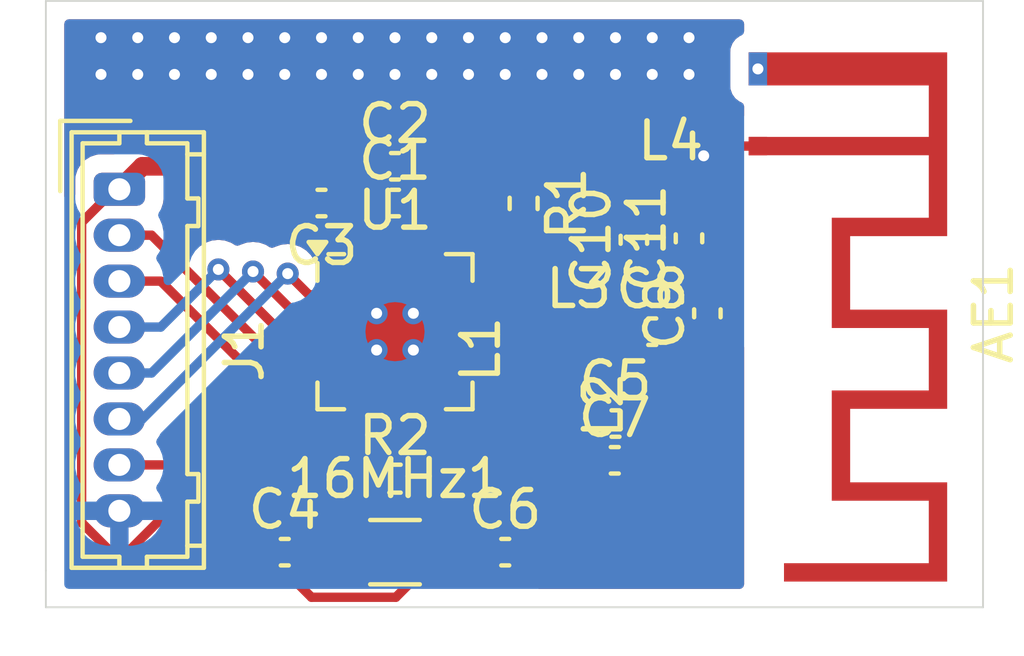
<source format=kicad_pcb>
(kicad_pcb (version 20240108) (generator "pcbnew") (generator_version "8.0")
  (layers (0 "F.Cu" signal) (31 "B.Cu" signal) (34 "B.Paste" user) (35 "F.Paste" user) (36 "B.SilkS" user "B.Silkscreen") (37 "F.SilkS" user "F.Silkscreen") (38 "B.Mask" user) (39 "F.Mask" user) (44 "Edge.Cuts" user))
  (net 0 "")
  (net 1 "Net-(U1-XC1)")
  (net 2 "Net-(U1-XC2)")
  (net 3 "Net-(AE1-A)")
  (net 4 "GND")
  (net 5 "VDD")
  (net 6 "Net-(U1-DVDD)")
  (net 7 "Net-(U1-VDD_PA)")
  (net 8 "Net-(C8-Pad1)")
  (net 9 "connM")
  (net 10 "MOSI")
  (net 11 "CSN")
  (net 12 "CE")
  (net 13 "SCK")
  (net 14 "IRQ")
  (net 15 "MISO")
  (net 16 "Net-(U1-ANT1)")
  (net 17 "Net-(U1-ANT2)")
  (net 18 "Net-(U1-IREF)")
  (footprint "Capacitor_SMD:C_0402_1005Metric" (layer "F.Cu") (at 94.5 40.5)
    (property "Reference" "C1" (at 0 -1.16 0) (layer "F.SilkS"))
    (property "Value" "1nF")
    (fp_line (start -0.107836 -0.36) (end 0.107836 -0.36) (stroke (width 0.12)) (layer "F.SilkS"))
    (fp_line (start -0.107836 0.36) (end 0.107836 0.36) (stroke (width 0.12)) (layer "F.SilkS"))
    (pad "1" smd roundrect (at -0.48 0) (size 0.56 0.62) (layers "F.Cu" "F.Paste" "F.Mask") (net 5 "VDD"))
    (pad "2" smd roundrect (at 0.48 0) (size 0.56 0.62) (layers "F.Cu" "F.Paste" "F.Mask") (net 4 "GND"))
  )
  (footprint "Capacitor_SMD:C_0402_1005Metric" (layer "F.Cu") (at 100.5 46.5)
    (property "Reference" "C5" (at 0 -1.16 0) (layer "F.SilkS"))
    (property "Value" "2.2nF")
    (fp_line (start -0.107836 -0.36) (end 0.107836 -0.36) (stroke (width 0.12)) (layer "F.SilkS"))
    (fp_line (start -0.107836 0.36) (end 0.107836 0.36) (stroke (width 0.12)) (layer "F.SilkS"))
    (pad "1" smd roundrect (at -0.48 0) (size 0.56 0.62) (layers "F.Cu" "F.Paste" "F.Mask") (net 7 "Net-(U1-VDD_PA)"))
    (pad "2" smd roundrect (at 0.48 0) (size 0.56 0.62) (layers "F.Cu" "F.Paste" "F.Mask") (net 4 "GND"))
  )
  (footprint "Crystal:Crystal_SMD_3215-2Pin_3.2x1.5mm" (layer "F.Cu") (at 94.5 50)
    (property "Reference" "16MHz1" (at 0 -2 0) (layer "F.SilkS"))
    (property "Value" "Crystal")
    (fp_line (start -0.675 -0.875) (end 0.675 -0.875) (stroke (width 0.12)) (layer "F.SilkS"))
    (fp_line (start -0.675 0.875) (end 0.675 0.875) (stroke (width 0.12)) (layer "F.SilkS"))
    (pad "1" smd rect (at 1.25 0) (size 1 1.8) (layers "F.Cu" "F.Paste" "F.Mask") (net 2 "Net-(U1-XC2)"))
    (pad "2" smd rect (at -1.25 0) (size 1 1.8) (layers "F.Cu" "F.Paste" "F.Mask") (net 1 "Net-(U1-XC1)"))
  )
  (footprint "Connector_Hirose:Hirose_DF13-08P-1.25DSA_1x08_P1.25mm_Vertical" (layer "F.Cu") (at 87 40.125 -90)
    (property "Reference" "J1" (at 4.38 -3.4 90) (layer "F.SilkS"))
    (property "Value" "Conn_01x08_Pin")
    (fp_line (start -1.86 1.61) (end 0.05 1.61) (stroke (width 0.12)) (layer "F.SilkS"))
    (fp_line (start -1.55 1.3) (end 10.3 1.3) (stroke (width 0.12)) (layer "F.SilkS"))
    (fp_line (start 10.3 1.3) (end 10.3 -2.3) (stroke (width 0.12)) (layer "F.SilkS"))
    (fp_line (start -1.25 1) (end 10 1) (stroke (width 0.12)) (layer "F.SilkS"))
    (fp_line (start 10 1) (end 10 0) (stroke (width 0.12)) (layer "F.SilkS"))
    (fp_line (start -1.55 0) (end -1.25 0) (stroke (width 0.12)) (layer "F.SilkS"))
    (fp_line (start -1.25 0) (end -1.25 1) (stroke (width 0.12)) (layer "F.SilkS"))
    (fp_line (start 10 0) (end 10.3 0) (stroke (width 0.12)) (layer "F.SilkS"))
    (fp_line (start -1.86 -0.3) (end -1.86 1.61) (stroke (width 0.12)) (layer "F.SilkS"))
    (fp_line (start -1.55 -0.75) (end -1.25 -0.75) (stroke (width 0.12)) (layer "F.SilkS"))
    (fp_line (start -1.25 -0.75) (end -1.25 -1.85) (stroke (width 0.12)) (layer "F.SilkS"))
    (fp_line (start 10 -0.75) (end 10 -1.85) (stroke (width 0.12)) (layer "F.SilkS"))
    (fp_line (start 10.3 -0.75) (end 10 -0.75) (stroke (width 0.12)) (layer "F.SilkS"))
    (fp_line (start -1.25 -1.85) (end -0.95 -1.85) (stroke (width 0.12)) (layer "F.SilkS"))
    (fp_line (start -0.95 -1.85) (end 0.25 -1.85) (stroke (width 0.12)) (layer "F.SilkS"))
    (fp_line (start -0.95 -1.85) (end -0.95 -2.3) (stroke (width 0.12)) (layer "F.SilkS"))
    (fp_line (start 0.25 -1.85) (end 0.25 -2.15) (stroke (width 0.12)) (layer "F.SilkS"))
    (fp_line (start 1 -1.85) (end 7.75 -1.85) (stroke (width 0.12)) (layer "F.SilkS"))
    (fp_line (start 7.75 -1.85) (end 7.75 -2.15) (stroke (width 0.12)) (layer "F.SilkS"))
    (fp_line (start 8.5 -1.85) (end 9.7 -1.85) (stroke (width 0.12)) (layer "F.SilkS"))
    (fp_line (start 9.7 -1.85) (end 9.7 -2.3) (stroke (width 0.12)) (layer "F.SilkS"))
    (fp_line (start 10 -1.85) (end 9.7 -1.85) (stroke (width 0.12)) (layer "F.SilkS"))
    (fp_line (start 0.25 -2.15) (end 1 -2.15) (stroke (width 0.12)) (layer "F.SilkS"))
    (fp_line (start 1 -2.15) (end 1 -1.85) (stroke (width 0.12)) (layer "F.SilkS"))
    (fp_line (start 7.75 -2.15) (end 8.5 -2.15) (stroke (width 0.12)) (layer "F.SilkS"))
    (fp_line (start 8.5 -2.15) (end 8.5 -1.85) (stroke (width 0.12)) (layer "F.SilkS"))
    (fp_line (start -1.55 -2.3) (end -1.55 1.3) (stroke (width 0.12)) (layer "F.SilkS"))
    (fp_line (start 10.3 -2.3) (end -1.55 -2.3) (stroke (width 0.12)) (layer "F.SilkS"))
    (pad "1" thru_hole roundrect (at 0 0 270) (size 0.9 1.4) (drill 0.6) (layers "*.Cu" "*.Mask") (net 5 "VDD"))
    (pad "2" thru_hole oval (at 1.25 0 270) (size 0.9 1.4) (drill 0.6) (layers "*.Cu" "*.Mask") (net 10 "MOSI"))
    (pad "3" thru_hole oval (at 2.5 0 270) (size 0.9 1.4) (drill 0.6) (layers "*.Cu" "*.Mask") (net 15 "MISO"))
    (pad "4" thru_hole oval (at 3.75 0 270) (size 0.9 1.4) (drill 0.6) (layers "*.Cu" "*.Mask") (net 13 "SCK"))
    (pad "5" thru_hole oval (at 5 0 270) (size 0.9 1.4) (drill 0.6) (layers "*.Cu" "*.Mask") (net 11 "CSN"))
    (pad "6" thru_hole oval (at 6.25 0 270) (size 0.9 1.4) (drill 0.6) (layers "*.Cu" "*.Mask") (net 12 "CE"))
    (pad "7" thru_hole oval (at 7.5 0 270) (size 0.9 1.4) (drill 0.6) (layers "*.Cu" "*.Mask") (net 14 "IRQ"))
    (pad "8" thru_hole oval (at 8.75 0 270) (size 0.9 1.4) (drill 0.6) (layers "*.Cu" "*.Mask") (net 4 "GND"))
  )
  (footprint "Capacitor_SMD:C_0402_1005Metric" (layer "F.Cu") (at 103 43.5 90)
    (property "Reference" "C9" (at 0 -1.16 90) (layer "F.SilkS"))
    (property "Value" "1pF")
    (fp_line (start -0.107836 -0.36) (end 0.107836 -0.36) (stroke (width 0.12)) (layer "F.SilkS"))
    (fp_line (start -0.107836 0.36) (end 0.107836 0.36) (stroke (width 0.12)) (layer "F.SilkS"))
    (pad "1" smd roundrect (at -0.48 0 90) (size 0.56 0.62) (layers "F.Cu" "F.Paste" "F.Mask") (net 9 "connM"))
    (pad "2" smd roundrect (at 0.48 0 90) (size 0.56 0.62) (layers "F.Cu" "F.Paste" "F.Mask") (net 4 "GND"))
  )
  (footprint "Resistor_SMD:R_0402_1005Metric" (layer "F.Cu") (at 94.5 48)
    (property "Reference" "R2" (at 0 -1.17 0) (layer "F.SilkS"))
    (property "Value" "1M")
    (fp_line (start -0.153641 -0.38) (end 0.153641 -0.38) (stroke (width 0.12)) (layer "F.SilkS"))
    (fp_line (start -0.153641 0.38) (end 0.153641 0.38) (stroke (width 0.12)) (layer "F.SilkS"))
    (pad "1" smd roundrect (at -0.51 0) (size 0.54 0.64) (layers "F.Cu" "F.Paste" "F.Mask") (net 2 "Net-(U1-XC2)"))
    (pad "2" smd roundrect (at 0.51 0) (size 0.54 0.64) (layers "F.Cu" "F.Paste" "F.Mask") (net 1 "Net-(U1-XC1)"))
  )
  (footprint "Inductor_SMD:L_0402_1005Metric" (layer "F.Cu") (at 98 44.485 90)
    (property "Reference" "L1" (at 0 -1.17 90) (layer "F.SilkS"))
    (property "Value" "8.2nH")
    (pad "1" smd roundrect (at -0.485 0 90) (size 0.59 0.64) (layers "F.Cu" "F.Paste" "F.Mask") (net 16 "Net-(U1-ANT1)"))
    (pad "2" smd roundrect (at 0.485 0 90) (size 0.59 0.64) (layers "F.Cu" "F.Paste" "F.Mask") (net 17 "Net-(U1-ANT2)"))
  )
  (footprint "RF_Antenna:Texas_SWRA117D_2.4GHz_Right" (layer "F.Cu") (at 104.375 38.95 -90)
    (property "Reference" "AE1" (at 4.55 -6.41 90) (layer "F.SilkS"))
    (property "Value" "Antenna")
    (fp_poly (pts (xy 2.45 -2.51) (xy 4.45 -2.51) (xy 4.45 -5.15) (xy 7.15 -5.15) (xy 7.15 -2.51) (xy 9.15 -2.51) (xy 9.15 -5.15) (xy 11.85 -5.15) (xy 11.85 -0.71) (xy 11.35 -0.71) (xy 11.35 -4.65) (xy 9.65 -4.65) (xy 9.65 -2.01) (xy 6.65 -2.01) (xy 6.65 -4.65) (xy 4.95 -4.65) (xy 4.95 -2.01) (xy 1.95 -2.01) (xy 1.95 -4.65) (xy 0.25 -4.65) (xy 0.25 0.25) (xy -0.25 0.25) (xy -0.25 -4.65) (xy -1.65 -4.65) (xy -1.65 0.25) (xy -2.55 0.25) (xy -2.55 0.006785) (xy -2.247583 0.006785) (xy -2.237742 0.054395) (xy -2.213674 0.096797) (xy -2.175731 0.129581) (xy -2.167819 0.133935) (xy -2.125156 0.146043) (xy -2.076637 0.1453) (xy -2.031122 0.1324) (xy -2.012511 0.121787) (xy -1.978868 0.086553) (xy -1.958309 0.041368) (xy -1.951778 -0.008158) (xy -1.960218 -0.056417) (xy -1.977112 -0.088643) (xy -2.012372 -0.121313) (xy -2.057682 -0.141408) (xy -2.107267 -0.147982) (xy -2.155353 -0.140092) (xy -2.188245 -0.123186) (xy -2.223185 -0.086416) (xy -2.242847 -0.041622) (xy -2.247583 0.006785) (xy -2.55 0.006785) (xy -2.55 -5.15) (xy 2.45 -5.15) (xy 2.45 -2.51)) (fill solid) (layer "F.Cu"))
    (pad "1" connect rect (at 0 0 270) (size 0.5 0.5) (layers "F.Cu") (net 3 "Net-(AE1-A)"))
    (pad "2" thru_hole rect (at -2.1 0 270) (size 0.9 0.5) (drill 0.3) (layers "*.Cu"))
  )
  (footprint "Capacitor_SMD:C_0402_1005Metric" (layer "F.Cu") (at 94.5 39.5)
    (property "Reference" "C2" (at 0 -1.16 0) (layer "F.SilkS"))
    (property "Value" "10nF")
    (fp_line (start -0.107836 -0.36) (end 0.107836 -0.36) (stroke (width 0.12)) (layer "F.SilkS"))
    (fp_line (start -0.107836 0.36) (end 0.107836 0.36) (stroke (width 0.12)) (layer "F.SilkS"))
    (pad "1" smd roundrect (at -0.48 0) (size 0.56 0.62) (layers "F.Cu" "F.Paste" "F.Mask") (net 5 "VDD"))
    (pad "2" smd roundrect (at 0.48 0) (size 0.56 0.62) (layers "F.Cu" "F.Paste" "F.Mask") (net 4 "GND"))
  )
  (footprint "Inductor_SMD:L_0402_1005Metric" (layer "F.Cu") (at 102 39.98)
    (property "Reference" "L4" (at 0 -1.17 0) (layer "F.SilkS"))
    (property "Value" "Lx")
    (pad "1" smd roundrect (at -0.485 0) (size 0.59 0.64) (layers "F.Cu" "F.Paste" "F.Mask") (net 9 "connM"))
    (pad "2" smd roundrect (at 0.485 0) (size 0.59 0.64) (layers "F.Cu" "F.Paste" "F.Mask") (net 3 "Net-(AE1-A)"))
  )
  (footprint "Capacitor_SMD:C_0402_1005Metric" (layer "F.Cu") (at 92.5 40.5 180)
    (property "Reference" "C3" (at 0 -1.16 360) (layer "F.SilkS"))
    (property "Value" "33nF")
    (fp_line (start -0.107836 0.36) (end 0.107836 0.36) (stroke (width 0.12)) (layer "F.SilkS"))
    (fp_line (start -0.107836 -0.36) (end 0.107836 -0.36) (stroke (width 0.12)) (layer "F.SilkS"))
    (pad "1" smd roundrect (at -0.48 0 180) (size 0.56 0.62) (layers "F.Cu" "F.Paste" "F.Mask") (net 6 "Net-(U1-DVDD)"))
    (pad "2" smd roundrect (at 0.48 0 180) (size 0.56 0.62) (layers "F.Cu" "F.Paste" "F.Mask") (net 4 "GND"))
  )
  (footprint "Capacitor_SMD:C_0402_1005Metric" (layer "F.Cu") (at 102.5 41.46 90)
    (property "Reference" "C11" (at 0 -1.16 90) (layer "F.SilkS"))
    (property "Value" "Cx")
    (fp_line (start -0.107836 -0.36) (end 0.107836 -0.36) (stroke (width 0.12)) (layer "F.SilkS"))
    (fp_line (start -0.107836 0.36) (end 0.107836 0.36) (stroke (width 0.12)) (layer "F.SilkS"))
    (pad "1" smd roundrect (at -0.48 0 90) (size 0.56 0.62) (layers "F.Cu" "F.Paste" "F.Mask") (net 3 "Net-(AE1-A)"))
    (pad "2" smd roundrect (at 0.48 0 90) (size 0.56 0.62) (layers "F.Cu" "F.Paste" "F.Mask") (net 4 "GND"))
  )
  (footprint "Capacitor_SMD:C_0402_1005Metric" (layer "F.Cu") (at 97.5 50)
    (property "Reference" "C6" (at 0 -1.16 0) (layer "F.SilkS"))
    (property "Value" "22pF")
    (fp_line (start -0.107836 -0.36) (end 0.107836 -0.36) (stroke (width 0.12)) (layer "F.SilkS"))
    (fp_line (start -0.107836 0.36) (end 0.107836 0.36) (stroke (width 0.12)) (layer "F.SilkS"))
    (pad "1" smd roundrect (at -0.48 0) (size 0.56 0.62) (layers "F.Cu" "F.Paste" "F.Mask") (net 1 "Net-(U1-XC1)"))
    (pad "2" smd roundrect (at 0.48 0) (size 0.56 0.62) (layers "F.Cu" "F.Paste" "F.Mask") (net 4 "GND"))
  )
  (footprint "Capacitor_SMD:C_0402_1005Metric" (layer "F.Cu") (at 101.5 44)
    (property "Reference" "C8" (at 0 -1.16 0) (layer "F.SilkS"))
    (property "Value" "1.5pF")
    (fp_line (start -0.107836 -0.36) (end 0.107836 -0.36) (stroke (width 0.12)) (layer "F.SilkS"))
    (fp_line (start -0.107836 0.36) (end 0.107836 0.36) (stroke (width 0.12)) (layer "F.SilkS"))
    (pad "1" smd roundrect (at -0.48 0) (size 0.56 0.62) (layers "F.Cu" "F.Paste" "F.Mask") (net 8 "Net-(C8-Pad1)"))
    (pad "2" smd roundrect (at 0.48 0) (size 0.56 0.62) (layers "F.Cu" "F.Paste" "F.Mask") (net 9 "connM"))
  )
  (footprint "Package_DFN_QFN:QFN-20-1EP_4x4mm_P0.5mm_EP2.5x2.5mm" (layer "F.Cu") (at 94.5 44)
    (property "Reference" "U1" (at 0 -3.3 0) (layer "F.SilkS"))
    (property "Value" "NRF24L01")
    (fp_line (start -2.11 -1.385) (end -2.11 -1.87) (stroke (width 0.12)) (layer "F.SilkS"))
    (fp_line (start -2.11 2.11) (end -2.11 1.385) (stroke (width 0.12)) (layer "F.SilkS"))
    (fp_line (start -1.385 -2.11) (end -1.81 -2.11) (stroke (width 0.12)) (layer "F.SilkS"))
    (fp_line (start -1.385 2.11) (end -2.11 2.11) (stroke (width 0.12)) (layer "F.SilkS"))
    (fp_line (start 1.385 -2.11) (end 2.11 -2.11) (stroke (width 0.12)) (layer "F.SilkS"))
    (fp_line (start 1.385 2.11) (end 2.11 2.11) (stroke (width 0.12)) (layer "F.SilkS"))
    (fp_line (start 2.11 -2.11) (end 2.11 -1.385) (stroke (width 0.12)) (layer "F.SilkS"))
    (fp_line (start 2.11 2.11) (end 2.11 1.385) (stroke (width 0.12)) (layer "F.SilkS"))
    (fp_poly (pts (xy -2.11 -2.11) (xy -2.35 -2.44) (xy -1.87 -2.44) (xy -2.11 -2.11)) (stroke (width 0.12)) (fill solid) (layer "F.SilkS"))
    (pad "1" smd roundrect (at -1.9375 -1) (size 0.825 0.25) (layers "F.Cu" "F.Paste" "F.Mask") (net 12 "CE"))
    (pad "2" smd roundrect (at -1.9375 -0.5) (size 0.825 0.25) (layers "F.Cu" "F.Paste" "F.Mask") (net 11 "CSN"))
    (pad "3" smd roundrect (at -1.9375 0) (size 0.825 0.25) (layers "F.Cu" "F.Paste" "F.Mask") (net 13 "SCK"))
    (pad "4" smd roundrect (at -1.9375 0.5) (size 0.825 0.25) (layers "F.Cu" "F.Paste" "F.Mask") (net 10 "MOSI"))
    (pad "5" smd roundrect (at -1.9375 1) (size 0.825 0.25) (layers "F.Cu" "F.Paste" "F.Mask") (net 15 "MISO"))
    (pad "6" smd roundrect (at -1 1.9375) (size 0.25 0.825) (layers "F.Cu" "F.Paste" "F.Mask") (net 14 "IRQ"))
    (pad "7" smd roundrect (at -0.5 1.9375) (size 0.25 0.825) (layers "F.Cu" "F.Paste" "F.Mask") (net 5 "VDD"))
    (pad "8" smd roundrect (at 0 1.9375) (size 0.25 0.825) (layers "F.Cu" "F.Paste" "F.Mask") (net 4 "GND"))
    (pad "9" smd roundrect (at 0.5 1.9375) (size 0.25 0.825) (layers "F.Cu" "F.Paste" "F.Mask") (net 2 "Net-(U1-XC2)"))
    (pad "10" smd roundrect (at 1 1.9375) (size 0.25 0.825) (layers "F.Cu" "F.Paste" "F.Mask") (net 1 "Net-(U1-XC1)"))
    (pad "11" smd roundrect (at 1.9375 1) (size 0.825 0.25) (layers "F.Cu" "F.Paste" "F.Mask") (net 7 "Net-(U1-VDD_PA)"))
    (pad "12" smd roundrect (at 1.9375 0.5) (size 0.825 0.25) (layers "F.Cu" "F.Paste" "F.Mask") (net 16 "Net-(U1-ANT1)"))
    (pad "13" smd roundrect (at 1.9375 0) (size 0.825 0.25) (layers "F.Cu" "F.Paste" "F.Mask") (net 17 "Net-(U1-ANT2)"))
    (pad "14" smd roundrect (at 1.9375 -0.5) (size 0.825 0.25) (layers "F.Cu" "F.Paste" "F.Mask") (net 4 "GND"))
    (pad "15" smd roundrect (at 1.9375 -1) (size 0.825 0.25) (layers "F.Cu" "F.Paste" "F.Mask") (net 5 "VDD"))
    (pad "16" smd roundrect (at 1 -1.9375) (size 0.25 0.825) (layers "F.Cu" "F.Paste" "F.Mask") (net 18 "Net-(U1-IREF)"))
    (pad "17" smd roundrect (at 0.5 -1.9375) (size 0.25 0.825) (layers "F.Cu" "F.Paste" "F.Mask") (net 4 "GND"))
    (pad "18" smd roundrect (at 0 -1.9375) (size 0.25 0.825) (layers "F.Cu" "F.Paste" "F.Mask") (net 5 "VDD"))
    (pad "19" smd roundrect (at -0.5 -1.9375) (size 0.25 0.825) (layers "F.Cu" "F.Paste" "F.Mask") (net 6 "Net-(U1-DVDD)"))
    (pad "20" smd roundrect (at -1 -1.9375) (size 0.25 0.825) (layers "F.Cu" "F.Paste" "F.Mask") (net 4 "GND"))
    (pad "21" smd rect (at 0 0) (size 2.5 2.5) (property pad_prop_heatsink) (layers "F.Cu" "F.Mask"))
  )
  (footprint "Capacitor_SMD:C_0402_1005Metric" (layer "F.Cu") (at 91.5 50)
    (property "Reference" "C4" (at 0 -1.16 0) (layer "F.SilkS"))
    (property "Value" "22pF")
    (fp_line (start -0.107836 -0.36) (end 0.107836 -0.36) (stroke (width 0.12)) (layer "F.SilkS"))
    (fp_line (start -0.107836 0.36) (end 0.107836 0.36) (stroke (width 0.12)) (layer "F.SilkS"))
    (pad "1" smd roundrect (at -0.48 0) (size 0.56 0.62) (layers "F.Cu" "F.Paste" "F.Mask") (net 2 "Net-(U1-XC2)"))
    (pad "2" smd roundrect (at 0.48 0) (size 0.56 0.62) (layers "F.Cu" "F.Paste" "F.Mask") (net 4 "GND"))
  )
  (footprint "Inductor_SMD:L_0402_1005Metric" (layer "F.Cu") (at 99 46 -90)
    (property "Reference" "L2" (at 0 -1.17 90) (layer "F.SilkS"))
    (property "Value" "2.7nH")
    (pad "1" smd roundrect (at -0.485 0 270) (size 0.59 0.64) (layers "F.Cu" "F.Paste" "F.Mask") (net 16 "Net-(U1-ANT1)"))
    (pad "2" smd roundrect (at 0.485 0 270) (size 0.59 0.64) (layers "F.Cu" "F.Paste" "F.Mask") (net 7 "Net-(U1-VDD_PA)"))
  )
  (footprint "Resistor_SMD:R_0402_1005Metric" (layer "F.Cu") (at 98 40.51 -90)
    (property "Reference" "R1" (at 0 -1.17 90) (layer "F.SilkS"))
    (property "Value" "22K")
    (fp_line (start -0.153641 0.38) (end 0.153641 0.38) (stroke (width 0.12)) (layer "F.SilkS"))
    (fp_line (start -0.153641 -0.38) (end 0.153641 -0.38) (stroke (width 0.12)) (layer "F.SilkS"))
    (pad "1" smd roundrect (at -0.51 0 270) (size 0.54 0.64) (layers "F.Cu" "F.Paste" "F.Mask") (net 18 "Net-(U1-IREF)"))
    (pad "2" smd roundrect (at 0.51 0 270) (size 0.54 0.64) (layers "F.Cu" "F.Paste" "F.Mask") (net 4 "GND"))
  )
  (footprint "Capacitor_SMD:C_0402_1005Metric" (layer "F.Cu") (at 100.48 47.5)
    (property "Reference" "C7" (at 0 -1.16 0) (layer "F.SilkS"))
    (property "Value" "4.7pF")
    (fp_line (start -0.107836 -0.36) (end 0.107836 -0.36) (stroke (width 0.12)) (layer "F.SilkS"))
    (fp_line (start -0.107836 0.36) (end 0.107836 0.36) (stroke (width 0.12)) (layer "F.SilkS"))
    (pad "1" smd roundrect (at -0.48 0) (size 0.56 0.62) (layers "F.Cu" "F.Paste" "F.Mask") (net 7 "Net-(U1-VDD_PA)"))
    (pad "2" smd roundrect (at 0.48 0) (size 0.56 0.62) (layers "F.Cu" "F.Paste" "F.Mask") (net 4 "GND"))
  )
  (footprint "Capacitor_SMD:C_0402_1005Metric" (layer "F.Cu") (at 101 41.5 90)
    (property "Reference" "C10" (at 0 -1.16 90) (layer "F.SilkS"))
    (property "Value" "Cx")
    (fp_line (start -0.107836 -0.36) (end 0.107836 -0.36) (stroke (width 0.12)) (layer "F.SilkS"))
    (fp_line (start -0.107836 0.36) (end 0.107836 0.36) (stroke (width 0.12)) (layer "F.SilkS"))
    (pad "1" smd roundrect (at -0.48 0 90) (size 0.56 0.62) (layers "F.Cu" "F.Paste" "F.Mask") (net 9 "connM"))
    (pad "2" smd roundrect (at 0.48 0 90) (size 0.56 0.62) (layers "F.Cu" "F.Paste" "F.Mask") (net 4 "GND"))
  )
  (footprint "Inductor_SMD:L_0402_1005Metric" (layer "F.Cu") (at 99.5 44)
    (property "Reference" "L3" (at 0 -1.17 0) (layer "F.SilkS"))
    (property "Value" "3.9nH")
    (pad "1" smd roundrect (at -0.485 0) (size 0.59 0.64) (layers "F.Cu" "F.Paste" "F.Mask") (net 17 "Net-(U1-ANT2)"))
    (pad "2" smd roundrect (at 0.485 0) (size 0.59 0.64) (layers "F.Cu" "F.Paste" "F.Mask") (net 8 "Net-(C8-Pad1)"))
  )
  (gr_line (start 85 51.5) (end 85 50.5) (stroke (width 0.05)) (layer "Edge.Cuts"))
  (gr_line (start 85 35) (end 110.5 35) (stroke (width 0.05)) (layer "Edge.Cuts"))
  (gr_line (start 110.5 51.5) (end 85 51.5) (stroke (width 0.05)) (layer "Edge.Cuts"))
  (gr_line (start 85 50.5) (end 85 35) (stroke (width 0.05)) (layer "Edge.Cuts"))
  (gr_line (start 110.5 35) (end 110.5 51.5) (stroke (width 0.05)) (layer "Edge.Cuts"))
  (segment (start 95.01 48) (end 95.5 47.51) (width 0.254) (layer "F.Cu") (net 1))
  (segment (start 95.02 48) (end 95.02 48.23) (width 0.254) (layer "F.Cu") (net 1))
  (segment (start 97.02 48.716) (end 96.304 48) (width 0.254) (layer "F.Cu") (net 1))
  (segment (start 95.5 47.51) (end 95.5 45.9375) (width 0.254) (layer "F.Cu") (net 1))
  (segment (start 97.02 50) (end 97.02 48.716) (width 0.254) (layer "F.Cu") (net 1))
  (segment (start 96.304 48) (end 95.02 48) (width 0.254) (layer "F.Cu") (net 1))
  (segment (start 93.75 49.5) (end 93.25 49.5) (width 0.254) (layer "F.Cu") (net 1))
  (segment (start 95.02 48.23) (end 93.75 49.5) (width 0.254) (layer "F.Cu") (net 1))
  (segment (start 91.02 50) (end 91.02 50.02) (width 0.254) (layer "F.Cu") (net 2))
  (segment (start 95 46.99) (end 95 45.9375) (width 0.254) (layer "F.Cu") (net 2))
  (segment (start 91.02 50.02) (end 92.227 51.227) (width 0.254) (layer "F.Cu") (net 2))
  (segment (start 92.227 51.227) (end 94.523 51.227) (width 0.254) (layer "F.Cu") (net 2))
  (segment (start 95.75 50) (end 95.75 49.5) (width 0.254) (layer "F.Cu") (net 2))
  (segment (start 91.02 50) (end 91.02 49.985682) (width 0.254) (layer "F.Cu") (net 2))
  (segment (start 91.02 49.985682) (end 93.005682 48) (width 0.254) (layer "F.Cu") (net 2))
  (segment (start 94.523 51.227) (end 95.75 50) (width 0.254) (layer "F.Cu") (net 2))
  (segment (start 93.005682 48) (end 93.99 48) (width 0.254) (layer "F.Cu") (net 2))
  (segment (start 93.99 48) (end 95 46.99) (width 0.254) (layer "F.Cu") (net 2))
  (segment (start 102.485 39.98) (end 103.137 40.632) (width 0.254) (layer "F.Cu") (net 3))
  (segment (start 103.137 41.612999) (end 102.809999 41.94) (width 0.254) (layer "F.Cu") (net 3))
  (segment (start 103.944 38.95) (end 104.375 38.95) (width 0.254) (layer "F.Cu") (net 3))
  (segment (start 103.5 40.269) (end 103.5 39.394) (width 0.254) (layer "F.Cu") (net 3))
  (segment (start 103.5 39.394) (end 103.944 38.95) (width 0.254) (layer "F.Cu") (net 3))
  (segment (start 103.137 40.632) (end 103.5 40.269) (width 0.254) (layer "F.Cu") (net 3))
  (segment (start 103.137 40.632) (end 103.137 41.612999) (width 0.254) (layer "F.Cu") (net 3))
  (segment (start 102.809999 41.94) (end 102.5 41.94) (width 0.254) (layer "F.Cu") (net 3))
  (segment (start 96.4375 43.5) (end 96.132013 43.5) (width 0.254) (layer "F.Cu") (net 4))
  (via (at 90.5 36) (size 0.6) (drill 0.3) (layers "F.Cu" "B.Cu") (net 4))
  (via (at 92.5 37) (size 0.6) (drill 0.3) (layers "F.Cu" "B.Cu") (net 4))
  (via (at 96.5 36) (size 0.6) (drill 0.3) (layers "F.Cu" "B.Cu") (net 4))
  (via (at 95 44.5) (size 0.6) (drill 0.3) (layers "F.Cu" "B.Cu") (net 4))
  (via (at 102.5 36) (size 0.6) (drill 0.3) (layers "F.Cu" "B.Cu") (net 4))
  (via (at 91.5 36) (size 0.6) (drill 0.3) (layers "F.Cu" "B.Cu") (net 4))
  (via (at 88.5 36) (size 0.6) (drill 0.3) (layers "F.Cu" "B.Cu") (net 4))
  (via (at 89.5 36) (size 0.6) (drill 0.3) (layers "F.Cu" "B.Cu") (net 4))
  (via (at 93.5 37) (size 0.6) (drill 0.3) (layers "F.Cu" "B.Cu") (net 4))
  (via (at 102.5 37) (size 0.6) (drill 0.3) (layers "F.Cu" "B.Cu") (net 4))
  (via (at 86.5 36) (size 0.6) (drill 0.3) (layers "F.Cu" "B.Cu") (net 4))
  (via (at 90.5 37) (size 0.6) (drill 0.3) (layers "F.Cu" "B.Cu") (net 4))
  (via (at 98.5 36) (size 0.6) (drill 0.3) (layers "F.Cu" "B.Cu") (net 4))
  (via (at 89.5 37) (size 0.6) (drill 0.3) (layers "F.Cu" "B.Cu") (net 4))
  (via (at 87.5 36) (size 0.6) (drill 0.3) (layers "F.Cu" "B.Cu") (net 4))
  (via (at 86.5 37) (size 0.6) (drill 0.3) (layers "F.Cu" "B.Cu") (net 4))
  (via (at 91.5 37) (size 0.6) (drill 0.3) (layers "F.Cu" "B.Cu") (net 4))
  (via (at 97.5 36) (size 0.6) (drill 0.3) (layers "F.Cu" "B.Cu") (net 4))
  (via (at 95.5 37) (size 0.6) (drill 0.3) (layers "F.Cu" "B.Cu") (net 4))
  (via (at 101.5 36) (size 0.6) (drill 0.3) (layers "F.Cu" "B.Cu") (net 4))
  (via (at 95.5 36) (size 0.6) (drill 0.3) (layers "F.Cu" "B.Cu") (net 4))
  (via (at 99.5 36) (size 0.6) (drill 0.3) (layers "F.Cu" "B.Cu") (net 4))
  (via (at 99.5 37) (size 0.6) (drill 0.3) (layers "F.Cu" "B.Cu") (net 4))
  (via (at 92.5 36) (size 0.6) (drill 0.3) (layers "F.Cu" "B.Cu") (net 4))
  (via (at 93.5 36) (size 0.6) (drill 0.3) (layers "F.Cu" "B.Cu") (net 4))
  (via (at 95 43.5) (size 0.6) (drill 0.3) (layers "F.Cu" "B.Cu") (net 4))
  (via (at 94 43.5) (size 0.6) (drill 0.3) (layers "F.Cu" "B.Cu") (net 4))
  (via (at 94.5 36) (size 0.6) (drill 0.3) (layers "F.Cu" "B.Cu") (net 4))
  (via (at 100.5 36) (size 0.6) (drill 0.3) (layers "F.Cu" "B.Cu") (net 4))
  (via (at 101.5 37) (size 0.6) (drill 0.3) (layers "F.Cu" "B.Cu") (net 4))
  (via (at 94.5 37) (size 0.6) (drill 0.3) (layers "F.Cu" "B.Cu") (net 4))
  (via (at 98.5 37) (size 0.6) (drill 0.3) (layers "F.Cu" "B.Cu") (net 4))
  (via (at 102.899263 39.214432) (size 0.6) (drill 0.3) (layers "F.Cu" "B.Cu") (net 4))
  (via (at 88.5 37) (size 0.6) (drill 0.3) (layers "F.Cu" "B.Cu") (net 4))
  (via (at 100.5 37) (size 0.6) (drill 0.3) (layers "F.Cu" "B.Cu") (net 4))
  (via (at 87.5 37) (size 0.6) (drill 0.3) (layers "F.Cu" "B.Cu") (net 4))
  (via (at 94 44.5) (size 0.6) (drill 0.3) (layers "F.Cu" "B.Cu") (net 4))
  (via (at 96.5 37) (size 0.6) (drill 0.3) (layers "F.Cu" "B.Cu") (net 4))
  (via (at 97.5 37) (size 0.6) (drill 0.3) (layers "F.Cu" "B.Cu") (net 4))
  (segment (start 87.625 39.5) (end 94.02 39.5) (width 0.508) (layer "F.Cu") (net 5))
  (segment (start 94 45.9375) (end 94 46.402568) (width 0.254) (layer "F.Cu") (net 5))
  (segment (start 86.875 40.125) (end 87 40.125) (width 0.254) (layer "F.Cu") (net 5))
  (segment (start 94.02 39.5) (end 94.02 40.5) (width 0.508) (layer "F.Cu") (net 5))
  (segment (start 95.725568 41.323) (end 94.677 41.323) (width 0.254) (layer "F.Cu") (net 5))
  (segment (start 86.776156 50) (end 85.973 49.196844) (width 0.254) (layer "F.Cu") (net 5))
  (segment (start 94.5 41.5) (end 94.5 40.994318) (width 0.254) (layer "F.Cu") (net 5))
  (segment (start 85.973 49.196844) (end 85.973 41.027) (width 0.254) (layer "F.Cu") (net 5))
  (segment (start 95.725568 41.274432) (end 95.725568 41.323) (width 0.254) (layer "F.Cu") (net 5))
  (segment (start 87.223844 50) (end 86.776156 50) (width 0.254) (layer "F.Cu") (net 5))
  (segment (start 93.402553 46.677) (end 91.079553 49) (width 0.254) (layer "F.Cu") (net 5))
  (segment (start 98.380108 39.403) (end 97.597 39.403) (width 0.254) (layer "F.Cu") (net 5))
  (segment (start 94.5 42.0625) (end 94.5 41.5) (width 0.254) (layer "F.Cu") (net 5))
  (segment (start 91.079553 49) (end 88.223844 49) (width 0.254) (layer "F.Cu") (net 5))
  (segment (start 85.973 41.027) (end 86.875 40.125) (width 0.254) (layer "F.Cu") (net 5))
  (segment (start 87 40.125) (end 87.625 39.5) (width 0.508) (layer "F.Cu") (net 5))
  (segment (start 94.02 40.514318) (end 94.02 40.5) (width 0.254) (layer "F.Cu") (net 5))
  (segment (start 99 40.022892) (end 98.380108 39.403) (width 0.254) (layer "F.Cu") (net 5))
  (segment (start 94.677 41.323) (end 94.5 41.5) (width 0.254) (layer "F.Cu") (net 5))
  (segment (start 94.5 40.994318) (end 94.02 40.514318) (width 0.254) (layer "F.Cu") (net 5))
  (segment (start 97.597 39.403) (end 95.725568 41.274432) (width 0.254) (layer "F.Cu") (net 5))
  (segment (start 99 40.997108) (end 99 40.022892) (width 0.254) (layer "F.Cu") (net 5))
  (segment (start 96.997108 43) (end 99 40.997108) (width 0.254) (layer "F.Cu") (net 5))
  (segment (start 94 46.402568) (end 93.725568 46.677) (width 0.254) (layer "F.Cu") (net 5))
  (segment (start 96.4375 43) (end 96.997108 43) (width 0.254) (layer "F.Cu") (net 5))
  (segment (start 93.725568 46.677) (end 93.402553 46.677) (width 0.254) (layer "F.Cu") (net 5))
  (segment (start 88.223844 49) (end 87.223844 50) (width 0.254) (layer "F.Cu") (net 5))
  (segment (start 94 41.52) (end 94 42.0625) (width 0.254) (layer "F.Cu") (net 6))
  (segment (start 92.98 40.5) (end 94 41.52) (width 0.254) (layer "F.Cu") (net 6))
  (segment (start 97.9225 46.485) (end 96.4375 45) (width 0.254) (layer "F.Cu") (net 7))
  (segment (start 99 46.485) (end 97.9225 46.485) (width 0.254) (layer "F.Cu") (net 7))
  (segment (start 100 47.5) (end 100 46.52) (width 0.254) (layer "F.Cu") (net 7))
  (segment (start 100.005 46.485) (end 100.02 46.5) (width 0.254) (layer "F.Cu") (net 7))
  (segment (start 99 46.485) (end 100.005 46.485) (width 0.254) (layer "F.Cu") (net 7))
  (segment (start 100 46.52) (end 100.02 46.5) (width 0.254) (layer "F.Cu") (net 7))
  (segment (start 99.985 44) (end 101.02 44) (width 0.254) (layer "F.Cu") (net 8))
  (segment (start 101 41.98) (end 101.98 42.96) (width 0.254) (layer "F.Cu") (net 9))
  (segment (start 103 43.98) (end 102 43.98) (width 0.254) (layer "F.Cu") (net 9))
  (segment (start 101.065682 39.98) (end 100 41.045682) (width 0.254) (layer "F.Cu") (net 9))
  (segment (start 100.48 41.98) (end 101 41.98) (width 0.254) (layer "F.Cu") (net 9))
  (segment (start 101.515 39.98) (end 101.065682 39.98) (width 0.254) (layer "F.Cu") (net 9))
  (segment (start 102 43.98) (end 101.98 44) (width 0.254) (layer "F.Cu") (net 9))
  (segment (start 100 41.5) (end 100.48 41.98) (width 0.254) (layer "F.Cu") (net 9))
  (segment (start 100 41.045682) (end 100 41.5) (width 0.254) (layer "F.Cu") (net 9))
  (segment (start 101.98 42.96) (end 101.98 44) (width 0.254) (layer "F.Cu") (net 9))
  (segment (start 91 44.5) (end 92.5625 44.5) (width 0.254) (layer "F.Cu") (net 10))
  (segment (start 87 41.375) (end 87.875 41.375) (width 0.254) (layer "F.Cu") (net 10))
  (segment (start 87.875 41.375) (end 91 44.5) (width 0.254) (layer "F.Cu") (net 10))
  (segment (start 92.5625 43.5) (end 91.773424 43.5) (width 0.254) (layer "F.Cu") (net 11))
  (segment (start 91.773424 43.5) (end 90.636712 42.363288) (width 0.254) (layer "F.Cu") (net 11))
  (via (at 90.636712 42.363288) (size 0.6) (drill 0.3) (layers "F.Cu" "B.Cu") (net 11))
  (segment (start 87 45.125) (end 87.875 45.125) (width 0.254) (layer "B.Cu") (net 11))
  (segment (start 87.875 45.125) (end 90.5 42.5) (width 0.254) (layer "B.Cu") (net 11))
  (segment (start 92.5625 43) (end 92.160138 43) (width 0.254) (layer "F.Cu") (net 12))
  (segment (start 92.160138 43) (end 91.580069 42.419931) (width 0.254) (layer "F.Cu") (net 12))
  (via (at 91.580069 42.419931) (size 0.6) (drill 0.3) (layers "F.Cu" "B.Cu") (net 12))
  (segment (start 87 46.375) (end 87.625 46.375) (width 0.254) (layer "B.Cu") (net 12))
  (segment (start 87.625 46.375) (end 91.5 42.5) (width 0.254) (layer "B.Cu") (net 12))
  (segment (start 89.693356 42.306644) (end 91.386712 44) (width 0.254) (layer "F.Cu") (net 13))
  (segment (start 91.386712 44) (end 92.5625 44) (width 0.254) (layer "F.Cu") (net 13))
  (via (at 89.693356 42.306644) (size 0.6) (drill 0.3) (layers "F.Cu" "B.Cu") (net 13))
  (segment (start 88.125 43.875) (end 89.5 42.5) (width 0.254) (layer "B.Cu") (net 13))
  (segment (start 87 43.875) (end 88.125 43.875) (width 0.254) (layer "B.Cu") (net 13))
  (segment (start 91.8125 47.625) (end 93.5 45.9375) (width 0.254) (layer "F.Cu") (net 14))
  (segment (start 87 47.625) (end 91.8125 47.625) (width 0.254) (layer "F.Cu") (net 14))
  (segment (start 88.125 42.625) (end 90.5 45) (width 0.254) (layer "F.Cu") (net 15))
  (segment (start 87 42.625) (end 88.125 42.625) (width 0.254) (layer "F.Cu") (net 15))
  (segment (start 90.5 45) (end 92.5625 45) (width 0.254) (layer "F.Cu") (net 15))
  (segment (start 98 44.97) (end 97.680001 44.97) (width 0.254) (layer "F.Cu") (net 16))
  (segment (start 97.680001 44.97) (end 97.210001 44.5) (width 0.254) (layer "F.Cu") (net 16))
  (segment (start 99 45.515) (end 98.545 45.515) (width 0.254) (layer "F.Cu") (net 16))
  (segment (start 97.210001 44.5) (end 96.4375 44.5) (width 0.254) (layer "F.Cu") (net 16))
  (segment (start 98.545 45.515) (end 98 44.97) (width 0.254) (layer "F.Cu") (net 16))
  (segment (start 96.4375 44) (end 98 44) (width 0.254) (layer "F.Cu") (net 17))
  (segment (start 99.015 44) (end 98 44) (width 0.254) (layer "F.Cu") (net 17))
  (segment (start 97.830379 40) (end 98 40) (width 0.254) (layer "F.Cu") (net 18))
  (segment (start 95.5 42.0625) (end 95.767879 42.0625) (width 0.254) (layer "F.Cu") (net 18))
  (segment (start 95.767879 42.0625) (end 97.830379 40) (width 0.254) (layer "F.Cu") (net 18))
  (zone (net 4) (net_name "GND") (layer "F.Cu") (priority 1) (connect_pads (clearance 0.5)) (min_thickness 0.25) (fill yes (thermal_gap 0.5) (thermal_bridge_width 0.5))
    (polygon (pts (xy 85 35) (xy 104 35) (xy 104 51.5) (xy 85 51.5)))
  )
  (zone (net 4) (net_name "GND") (layer "B.Cu") (connect_pads (clearance 0.5)) (min_thickness 0.25) (fill yes (thermal_gap 0.5) (thermal_bridge_width 0.5))
    (polygon (pts (xy 85 35) (xy 104 35) (xy 104 51.5) (xy 85 51.5)))
  )
)
</source>
